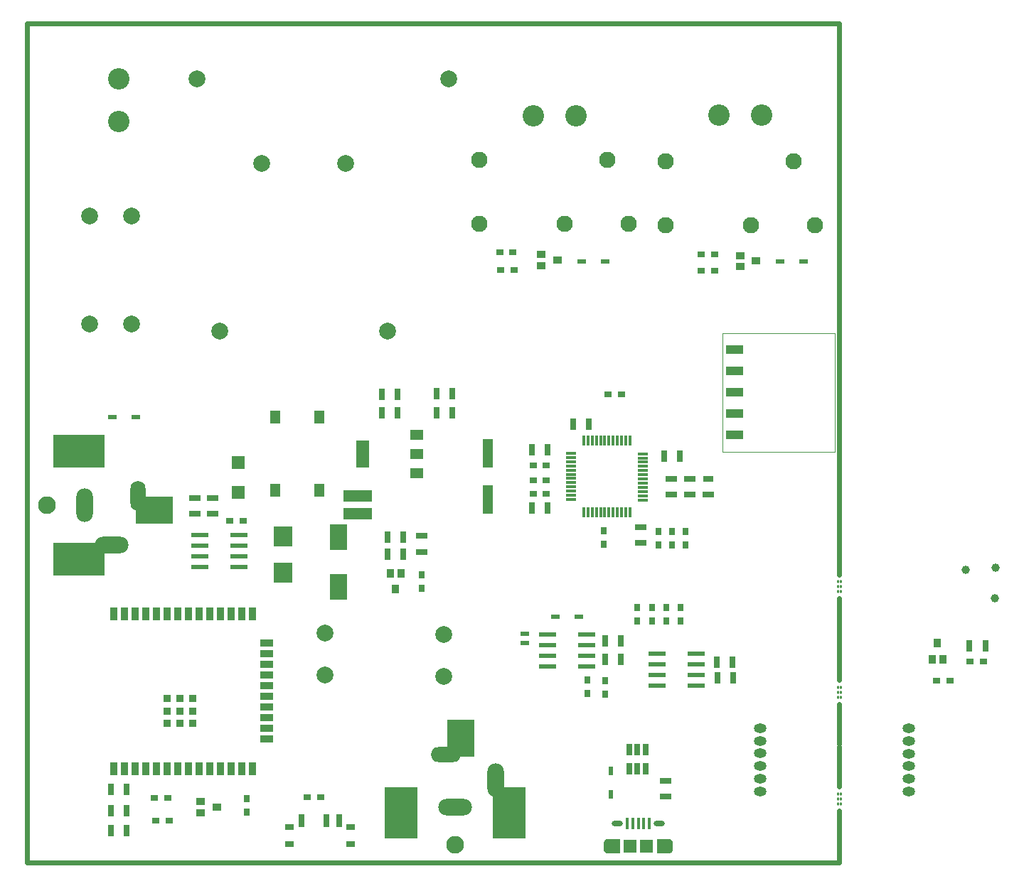
<source format=gts>
G04*
G04 #@! TF.GenerationSoftware,Altium Limited,Altium Designer,21.6.1 (37)*
G04*
G04 Layer_Color=8388736*
%FSLAX25Y25*%
%MOIN*%
G70*
G04*
G04 #@! TF.SameCoordinates,ED18229B-BDCB-4A3C-9D88-49826DFA0344*
G04*
G04*
G04 #@! TF.FilePolarity,Negative*
G04*
G01*
G75*
%ADD22C,0.02362*%
%ADD23C,0.00984*%
%ADD24C,0.00394*%
%ADD60R,0.07921X0.04496*%
%ADD61R,0.03150X0.05512*%
%ADD62R,0.05118X0.01575*%
%ADD63R,0.01575X0.05118*%
%ADD64R,0.03543X0.03937*%
%ADD65R,0.03810X0.03110*%
%ADD66R,0.08278X0.01979*%
%ADD67R,0.05512X0.03150*%
%ADD68R,0.02756X0.05748*%
%ADD69R,0.02372X0.04144*%
%ADD70R,0.15364X0.24420*%
%ADD71R,0.13002X0.17333*%
%ADD72R,0.03110X0.03810*%
%ADD73R,0.08268X0.12205*%
%ADD74R,0.08740X0.09252*%
%ADD75R,0.04144X0.02372*%
%ADD76R,0.06309X0.06309*%
%ADD77R,0.03553X0.05916*%
%ADD78R,0.05916X0.03553*%
%ADD79R,0.03553X0.03553*%
%ADD80R,0.03937X0.03543*%
%ADD81R,0.03947X0.03160*%
%ADD82R,0.02766X0.05916*%
%ADD83R,0.03947X0.01979*%
%ADD84R,0.04734X0.13790*%
%ADD85R,0.13780X0.05512*%
%ADD86R,0.04734X0.05994*%
%ADD87R,0.05128X0.02766*%
%ADD88R,0.07530X0.04105*%
%ADD89R,0.24420X0.15364*%
%ADD90R,0.17333X0.13002*%
%ADD91R,0.05916X0.06112*%
%ADD92R,0.01585X0.05325*%
%ADD93R,0.06309X0.04734*%
%ADD94R,0.06309X0.13002*%
%ADD95C,0.03947*%
%ADD96O,0.05916X0.04341*%
%ADD97C,0.08278*%
%ADD98O,0.15758X0.07884*%
%ADD99O,0.07884X0.15758*%
%ADD100O,0.14183X0.07097*%
%ADD101C,0.07884*%
%ADD102C,0.00010*%
%ADD103C,0.07687*%
%ADD104C,0.10049*%
%ADD105O,0.07097X0.14183*%
%ADD106O,0.03061X0.06112*%
%ADD107O,0.05128X0.02569*%
G36*
X276349Y3315D02*
X270837D01*
X270734Y3318D01*
X270631Y3326D01*
X270529Y3339D01*
X270427Y3358D01*
X270327Y3382D01*
X270229Y3412D01*
X270131Y3446D01*
X270036Y3485D01*
X269943Y3530D01*
X269852Y3579D01*
X269765Y3633D01*
X269680Y3691D01*
X269598Y3754D01*
X269520Y3821D01*
X269445Y3892D01*
X269374Y3966D01*
X269307Y4045D01*
X269244Y4127D01*
X269186Y4212D01*
X269132Y4299D01*
X269083Y4390D01*
X269039Y4483D01*
X268999Y4578D01*
X268965Y4675D01*
X268935Y4774D01*
X268911Y4874D01*
X268893Y4976D01*
X268879Y5078D01*
X268871Y5181D01*
X268868Y5284D01*
Y8236D01*
X268871Y8339D01*
X268879Y8442D01*
X268893Y8544D01*
X268911Y8646D01*
X268935Y8746D01*
X268965Y8845D01*
X268999Y8942D01*
X269039Y9037D01*
X269083Y9130D01*
X269132Y9221D01*
X269186Y9309D01*
X269244Y9393D01*
X269307Y9475D01*
X269374Y9554D01*
X269445Y9628D01*
X269520Y9699D01*
X269598Y9766D01*
X269680Y9829D01*
X269765Y9887D01*
X269852Y9941D01*
X269943Y9990D01*
X270036Y10035D01*
X270131Y10074D01*
X270229Y10109D01*
X270327Y10138D01*
X270427Y10162D01*
X270529Y10181D01*
X270631Y10194D01*
X270734Y10202D01*
X270837Y10205D01*
X276349D01*
Y3315D01*
D02*
G37*
G36*
X299286Y10202D02*
X299389Y10194D01*
X299491Y10181D01*
X299592Y10162D01*
X299693Y10138D01*
X299792Y10109D01*
X299889Y10074D01*
X299984Y10035D01*
X300077Y9990D01*
X300167Y9941D01*
X300255Y9887D01*
X300340Y9829D01*
X300422Y9766D01*
X300500Y9699D01*
X300575Y9628D01*
X300646Y9554D01*
X300713Y9475D01*
X300776Y9393D01*
X300834Y9309D01*
X300888Y9221D01*
X300937Y9130D01*
X300982Y9037D01*
X301021Y8942D01*
X301055Y8845D01*
X301085Y8746D01*
X301109Y8646D01*
X301128Y8544D01*
X301141Y8442D01*
X301149Y8339D01*
X301152Y8236D01*
Y5284D01*
X301149Y5181D01*
X301141Y5078D01*
X301128Y4976D01*
X301109Y4874D01*
X301085Y4774D01*
X301055Y4675D01*
X301021Y4578D01*
X300982Y4483D01*
X300937Y4390D01*
X300888Y4299D01*
X300834Y4212D01*
X300776Y4127D01*
X300713Y4045D01*
X300646Y3966D01*
X300575Y3892D01*
X300500Y3821D01*
X300422Y3754D01*
X300340Y3691D01*
X300255Y3633D01*
X300167Y3579D01*
X300077Y3530D01*
X299984Y3485D01*
X299889Y3446D01*
X299792Y3412D01*
X299693Y3382D01*
X299592Y3358D01*
X299491Y3339D01*
X299389Y3326D01*
X299286Y3318D01*
X299183Y3315D01*
X293671D01*
Y10205D01*
X299183D01*
X299286Y10202D01*
D02*
G37*
D22*
X379134Y153150D02*
Y392913D01*
X-1575D02*
X379134D01*
X-1575Y-787D02*
Y392913D01*
Y-787D02*
X379134D01*
Y23622D01*
Y34646D02*
Y53543D01*
Y84646D02*
Y103543D01*
Y54724D02*
Y73622D01*
Y104331D02*
Y123228D01*
Y134252D02*
Y153150D01*
D23*
X378346Y31102D02*
Y31890D01*
Y28740D02*
Y29528D01*
Y26378D02*
Y27165D01*
X379921Y31102D02*
Y31890D01*
Y28740D02*
Y29528D01*
Y26378D02*
Y27165D01*
X378346Y81102D02*
Y81890D01*
Y78740D02*
Y79528D01*
Y76378D02*
Y77165D01*
X379921Y81102D02*
Y81890D01*
Y78740D02*
Y79528D01*
Y76378D02*
Y77165D01*
Y125984D02*
Y126772D01*
Y128347D02*
Y129134D01*
Y130709D02*
Y131496D01*
X378346Y125984D02*
Y126772D01*
Y128347D02*
Y129134D01*
Y130709D02*
Y131496D01*
D24*
X324485Y191908D02*
X377194Y191908D01*
X377194Y247452D02*
X377194Y191908D01*
X324485Y247452D02*
X377194Y247452D01*
X324485Y191908D02*
Y247452D01*
D60*
X330020Y199681D02*
D03*
X330021Y209680D02*
D03*
X330019Y219680D02*
D03*
X330020Y229679D02*
D03*
X330019Y239680D02*
D03*
D61*
X45286Y14131D02*
D03*
X37806D02*
D03*
X45286Y23579D02*
D03*
X37806D02*
D03*
X45286Y33422D02*
D03*
X37806D02*
D03*
X447680Y100810D02*
D03*
X440200D02*
D03*
X174963Y143781D02*
D03*
X167482D02*
D03*
X174963Y151944D02*
D03*
X167482D02*
D03*
X269460Y94409D02*
D03*
X276941D02*
D03*
X269460Y103070D02*
D03*
X276941D02*
D03*
X322019Y85747D02*
D03*
X329500D02*
D03*
X321823Y93228D02*
D03*
X329303D02*
D03*
X242532Y165332D02*
D03*
X235052D02*
D03*
X254480Y204780D02*
D03*
X261960D02*
D03*
X242532Y192891D02*
D03*
X235052D02*
D03*
X172255Y210193D02*
D03*
X164775D02*
D03*
X172255Y218855D02*
D03*
X164775D02*
D03*
X190365Y210193D02*
D03*
X197845D02*
D03*
X190365Y219248D02*
D03*
X197845D02*
D03*
X304500Y189860D02*
D03*
X297020D02*
D03*
D62*
X253556Y169466D02*
D03*
Y171434D02*
D03*
Y173403D02*
D03*
Y175371D02*
D03*
Y177340D02*
D03*
Y179308D02*
D03*
Y181277D02*
D03*
Y183245D02*
D03*
Y185214D02*
D03*
Y187182D02*
D03*
Y189151D02*
D03*
Y191119D02*
D03*
X287020Y190922D02*
D03*
Y188954D02*
D03*
Y179111D02*
D03*
Y181080D02*
D03*
Y183048D02*
D03*
Y185017D02*
D03*
Y186985D02*
D03*
Y177143D02*
D03*
Y171237D02*
D03*
Y173206D02*
D03*
Y175174D02*
D03*
Y169269D02*
D03*
D63*
X281115Y163560D02*
D03*
X279146D02*
D03*
X277178D02*
D03*
X275209D02*
D03*
X273241D02*
D03*
X271272D02*
D03*
X269304D02*
D03*
X267335D02*
D03*
X265367D02*
D03*
X263398D02*
D03*
X261430D02*
D03*
X259461D02*
D03*
Y197025D02*
D03*
X261430D02*
D03*
X271272D02*
D03*
X269304D02*
D03*
X267335D02*
D03*
X265367D02*
D03*
X263398D02*
D03*
X273241D02*
D03*
X279146D02*
D03*
X277178D02*
D03*
X275209D02*
D03*
X281115D02*
D03*
D64*
X425290Y102080D02*
D03*
X427849Y94600D02*
D03*
X422731D02*
D03*
X171223Y127338D02*
D03*
X168664Y134818D02*
D03*
X173782D02*
D03*
D65*
X446650Y93400D02*
D03*
X440350D02*
D03*
X431245Y84520D02*
D03*
X424945D02*
D03*
X93640Y159420D02*
D03*
X99940D02*
D03*
X58860Y18800D02*
D03*
X65160D02*
D03*
X58278Y29531D02*
D03*
X64578D02*
D03*
X129931Y29878D02*
D03*
X136231D02*
D03*
X235667Y172025D02*
D03*
X241967D02*
D03*
X235667Y178324D02*
D03*
X241967D02*
D03*
X235667Y185410D02*
D03*
X241967D02*
D03*
X270740Y218940D02*
D03*
X277040D02*
D03*
X220377Y277118D02*
D03*
X226677D02*
D03*
X226283Y285386D02*
D03*
X219983D02*
D03*
X314579Y276674D02*
D03*
X320879D02*
D03*
X320880Y284548D02*
D03*
X314580D02*
D03*
D66*
X242590Y106240D02*
D03*
Y101240D02*
D03*
Y96240D02*
D03*
Y91240D02*
D03*
X260897Y96240D02*
D03*
Y91240D02*
D03*
Y101240D02*
D03*
Y106240D02*
D03*
X293771Y97184D02*
D03*
Y92185D02*
D03*
Y87185D02*
D03*
Y82184D02*
D03*
X312078Y87185D02*
D03*
Y82184D02*
D03*
Y92185D02*
D03*
Y97184D02*
D03*
X79506Y152670D02*
D03*
Y137670D02*
D03*
X97813Y142670D02*
D03*
Y137670D02*
D03*
Y147670D02*
D03*
Y152670D02*
D03*
X79506Y142670D02*
D03*
Y147670D02*
D03*
D67*
X297649Y30075D02*
D03*
Y37555D02*
D03*
X183427Y144858D02*
D03*
Y152338D02*
D03*
X85433Y162802D02*
D03*
Y170282D02*
D03*
X77165D02*
D03*
Y162802D02*
D03*
X286144Y156446D02*
D03*
Y148965D02*
D03*
X300406Y179111D02*
D03*
Y171631D02*
D03*
X309068Y179111D02*
D03*
Y171631D02*
D03*
X317729D02*
D03*
D68*
X280860Y52220D02*
D03*
X284600D02*
D03*
X288340D02*
D03*
Y42968D02*
D03*
X284600D02*
D03*
X280860D02*
D03*
D69*
X272058Y31059D02*
D03*
Y42083D02*
D03*
D70*
X224604Y22352D02*
D03*
X173816D02*
D03*
D71*
X201769Y57588D02*
D03*
D72*
X183427Y134203D02*
D03*
Y127903D02*
D03*
X101586Y29181D02*
D03*
Y22881D02*
D03*
X300800Y148008D02*
D03*
Y154308D02*
D03*
X294501Y148008D02*
D03*
Y154308D02*
D03*
X307099D02*
D03*
Y148008D02*
D03*
X261024Y78331D02*
D03*
Y84631D02*
D03*
X269460Y78267D02*
D03*
Y84567D02*
D03*
X291508Y118819D02*
D03*
Y112519D02*
D03*
X298201Y112518D02*
D03*
Y118818D02*
D03*
X304893Y112518D02*
D03*
Y118818D02*
D03*
X284421Y118819D02*
D03*
Y112519D02*
D03*
X268910Y148402D02*
D03*
Y154702D02*
D03*
D73*
X144394Y128299D02*
D03*
Y151921D02*
D03*
D74*
X118409Y152256D02*
D03*
Y135051D02*
D03*
D75*
X38488Y208221D02*
D03*
X49512D02*
D03*
X246232Y114488D02*
D03*
X257256D02*
D03*
X351480Y281055D02*
D03*
X362504D02*
D03*
X269590D02*
D03*
X258567D02*
D03*
D76*
X97543Y172788D02*
D03*
Y186961D02*
D03*
D77*
X39236Y43233D02*
D03*
D03*
X44236D02*
D03*
X49236D02*
D03*
X54236D02*
D03*
X59236D02*
D03*
X64236D02*
D03*
X69236D02*
D03*
X74236D02*
D03*
X79236D02*
D03*
X84236D02*
D03*
X89236D02*
D03*
X94236D02*
D03*
X99236D02*
D03*
X104236D02*
D03*
X54236Y115701D02*
D03*
X79236D02*
D03*
X74236D02*
D03*
X84236D02*
D03*
X94236D02*
D03*
X104236D02*
D03*
X99236D02*
D03*
X89236D02*
D03*
X49236D02*
D03*
X64236D02*
D03*
X59236D02*
D03*
X44236D02*
D03*
X69236D02*
D03*
X39236D02*
D03*
D03*
D78*
X110890Y57012D02*
D03*
D03*
Y62012D02*
D03*
Y67012D02*
D03*
Y72012D02*
D03*
Y77012D02*
D03*
Y82012D02*
D03*
Y87012D02*
D03*
Y92012D02*
D03*
Y97012D02*
D03*
Y102012D02*
D03*
D79*
X64236Y64309D02*
D03*
Y70215D02*
D03*
Y76120D02*
D03*
X70142Y64309D02*
D03*
Y70215D02*
D03*
Y76120D02*
D03*
X76047Y64309D02*
D03*
Y70215D02*
D03*
Y76120D02*
D03*
D80*
X87412Y25135D02*
D03*
X79932Y22576D02*
D03*
Y27694D02*
D03*
X340170Y281359D02*
D03*
X332689Y278800D02*
D03*
Y283918D02*
D03*
X247058Y281847D02*
D03*
X239578Y279288D02*
D03*
Y284406D02*
D03*
D81*
X121467Y15705D02*
D03*
Y7831D02*
D03*
X150208D02*
D03*
Y15705D02*
D03*
D82*
X144696Y18658D02*
D03*
X138790D02*
D03*
X126979D02*
D03*
D83*
X231665Y106417D02*
D03*
Y102086D02*
D03*
D84*
X214410Y191017D02*
D03*
Y169363D02*
D03*
D85*
X153410Y162876D02*
D03*
Y171144D02*
D03*
D86*
X135464Y208107D02*
D03*
X114952D02*
D03*
Y173697D02*
D03*
X135464D02*
D03*
D87*
X317729Y179111D02*
D03*
D88*
X330020Y199680D02*
D03*
X330020Y209680D02*
D03*
Y219680D02*
D03*
Y229680D02*
D03*
X330020Y239680D02*
D03*
D89*
X22772Y141496D02*
D03*
Y192284D02*
D03*
D90*
X58008Y164331D02*
D03*
D91*
X288947Y6760D02*
D03*
X281073D02*
D03*
D92*
X290128Y17390D02*
D03*
X287569D02*
D03*
X285010D02*
D03*
X282451D02*
D03*
X279892D02*
D03*
D93*
X181113Y181847D02*
D03*
Y190902D02*
D03*
Y199957D02*
D03*
D94*
X155916Y190902D02*
D03*
D95*
X438332Y136553D02*
D03*
X452506Y137340D02*
D03*
X452023Y123236D02*
D03*
D96*
X411890Y32484D02*
D03*
Y38390D02*
D03*
Y44295D02*
D03*
Y50201D02*
D03*
Y62012D02*
D03*
Y56107D02*
D03*
X342310Y32585D02*
D03*
Y38490D02*
D03*
Y44396D02*
D03*
Y50301D02*
D03*
Y62112D02*
D03*
Y56207D02*
D03*
D97*
X199210Y7392D02*
D03*
X7812Y166890D02*
D03*
D98*
X199210Y25108D02*
D03*
X38127Y147992D02*
D03*
D99*
X218108Y37707D02*
D03*
X25528Y166890D02*
D03*
D100*
X194879Y49911D02*
D03*
D101*
X193810Y106233D02*
D03*
Y86547D02*
D03*
X138200Y106650D02*
D03*
Y86965D02*
D03*
X77995Y366704D02*
D03*
X196106D02*
D03*
X47406Y302332D02*
D03*
X27858Y251922D02*
D03*
X47543D02*
D03*
X27721Y302332D02*
D03*
X108567Y327118D02*
D03*
X147937D02*
D03*
X88882Y248378D02*
D03*
X167622D02*
D03*
D102*
X141743Y11768D02*
D03*
X129932D02*
D03*
D103*
X297886Y328210D02*
D03*
X357886D02*
D03*
X297886Y298210D02*
D03*
X337886D02*
D03*
X367886D02*
D03*
X210641Y328697D02*
D03*
X270641D02*
D03*
X210641Y298697D02*
D03*
X250641D02*
D03*
X280641D02*
D03*
D104*
X322961Y349899D02*
D03*
X342961D02*
D03*
X235716Y349599D02*
D03*
X255715D02*
D03*
X41346Y346704D02*
D03*
Y366704D02*
D03*
D105*
X50331Y171221D02*
D03*
D106*
X298790Y6760D02*
D03*
X271231D02*
D03*
D107*
X294852Y17390D02*
D03*
X275167D02*
D03*
M02*

</source>
